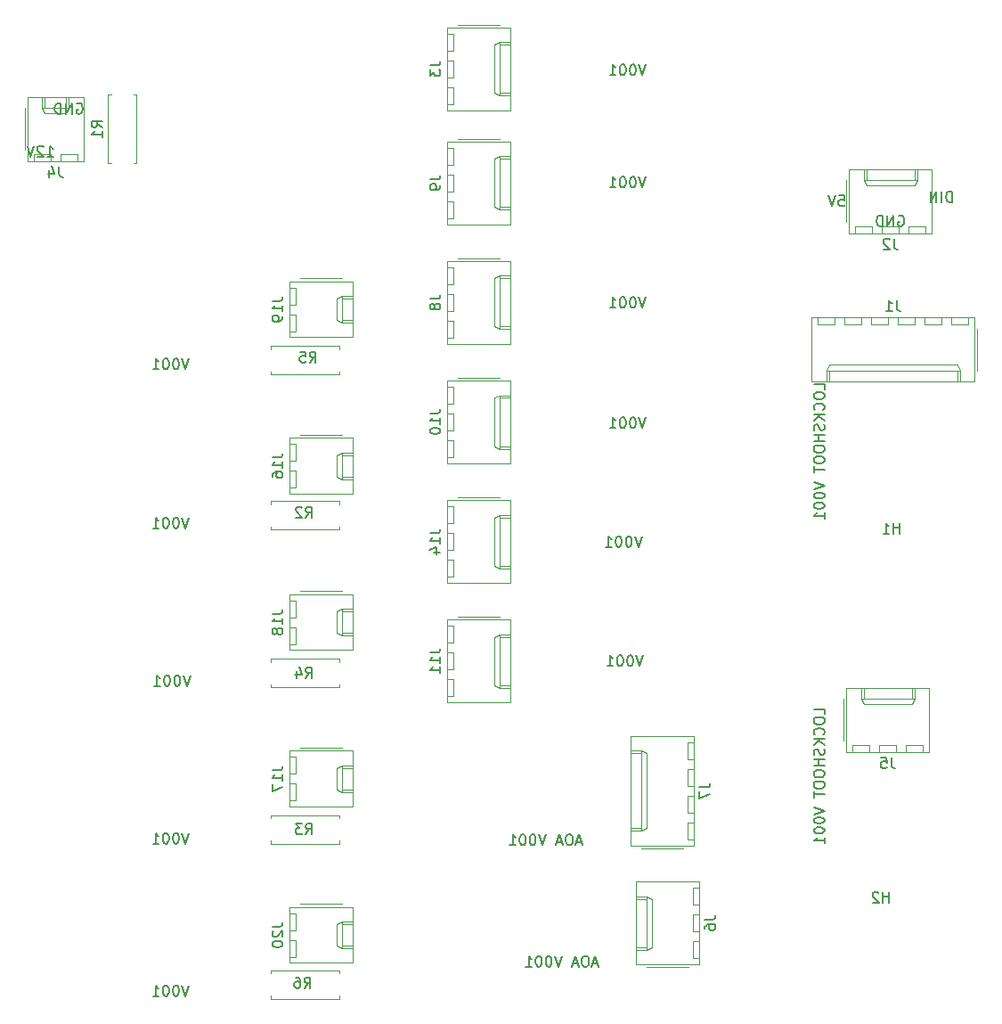
<source format=gbr>
G04 #@! TF.GenerationSoftware,KiCad,Pcbnew,(5.1.5-0-10_14)*
G04 #@! TF.CreationDate,2021-04-18T14:00:12+10:00*
G04 #@! TF.ProjectId,OH - Misc Lights,4f48202d-204d-4697-9363-204c69676874,rev?*
G04 #@! TF.SameCoordinates,Original*
G04 #@! TF.FileFunction,Legend,Bot*
G04 #@! TF.FilePolarity,Positive*
%FSLAX46Y46*%
G04 Gerber Fmt 4.6, Leading zero omitted, Abs format (unit mm)*
G04 Created by KiCad (PCBNEW (5.1.5-0-10_14)) date 2021-04-18 14:00:12*
%MOMM*%
%LPD*%
G04 APERTURE LIST*
%ADD10C,0.150000*%
%ADD11C,0.120000*%
G04 APERTURE END LIST*
D10*
X211692904Y-37552380D02*
X211359571Y-38552380D01*
X211026238Y-37552380D01*
X210502428Y-37552380D02*
X210407190Y-37552380D01*
X210311952Y-37600000D01*
X210264333Y-37647619D01*
X210216714Y-37742857D01*
X210169095Y-37933333D01*
X210169095Y-38171428D01*
X210216714Y-38361904D01*
X210264333Y-38457142D01*
X210311952Y-38504761D01*
X210407190Y-38552380D01*
X210502428Y-38552380D01*
X210597666Y-38504761D01*
X210645285Y-38457142D01*
X210692904Y-38361904D01*
X210740523Y-38171428D01*
X210740523Y-37933333D01*
X210692904Y-37742857D01*
X210645285Y-37647619D01*
X210597666Y-37600000D01*
X210502428Y-37552380D01*
X209550047Y-37552380D02*
X209454809Y-37552380D01*
X209359571Y-37600000D01*
X209311952Y-37647619D01*
X209264333Y-37742857D01*
X209216714Y-37933333D01*
X209216714Y-38171428D01*
X209264333Y-38361904D01*
X209311952Y-38457142D01*
X209359571Y-38504761D01*
X209454809Y-38552380D01*
X209550047Y-38552380D01*
X209645285Y-38504761D01*
X209692904Y-38457142D01*
X209740523Y-38361904D01*
X209788142Y-38171428D01*
X209788142Y-37933333D01*
X209740523Y-37742857D01*
X209692904Y-37647619D01*
X209645285Y-37600000D01*
X209550047Y-37552380D01*
X208264333Y-38552380D02*
X208835761Y-38552380D01*
X208550047Y-38552380D02*
X208550047Y-37552380D01*
X208645285Y-37695238D01*
X208740523Y-37790476D01*
X208835761Y-37838095D01*
X211692904Y-48220380D02*
X211359571Y-49220380D01*
X211026238Y-48220380D01*
X210502428Y-48220380D02*
X210407190Y-48220380D01*
X210311952Y-48268000D01*
X210264333Y-48315619D01*
X210216714Y-48410857D01*
X210169095Y-48601333D01*
X210169095Y-48839428D01*
X210216714Y-49029904D01*
X210264333Y-49125142D01*
X210311952Y-49172761D01*
X210407190Y-49220380D01*
X210502428Y-49220380D01*
X210597666Y-49172761D01*
X210645285Y-49125142D01*
X210692904Y-49029904D01*
X210740523Y-48839428D01*
X210740523Y-48601333D01*
X210692904Y-48410857D01*
X210645285Y-48315619D01*
X210597666Y-48268000D01*
X210502428Y-48220380D01*
X209550047Y-48220380D02*
X209454809Y-48220380D01*
X209359571Y-48268000D01*
X209311952Y-48315619D01*
X209264333Y-48410857D01*
X209216714Y-48601333D01*
X209216714Y-48839428D01*
X209264333Y-49029904D01*
X209311952Y-49125142D01*
X209359571Y-49172761D01*
X209454809Y-49220380D01*
X209550047Y-49220380D01*
X209645285Y-49172761D01*
X209692904Y-49125142D01*
X209740523Y-49029904D01*
X209788142Y-48839428D01*
X209788142Y-48601333D01*
X209740523Y-48410857D01*
X209692904Y-48315619D01*
X209645285Y-48268000D01*
X209550047Y-48220380D01*
X208264333Y-49220380D02*
X208835761Y-49220380D01*
X208550047Y-49220380D02*
X208550047Y-48220380D01*
X208645285Y-48363238D01*
X208740523Y-48458476D01*
X208835761Y-48506095D01*
X211692904Y-59650380D02*
X211359571Y-60650380D01*
X211026238Y-59650380D01*
X210502428Y-59650380D02*
X210407190Y-59650380D01*
X210311952Y-59698000D01*
X210264333Y-59745619D01*
X210216714Y-59840857D01*
X210169095Y-60031333D01*
X210169095Y-60269428D01*
X210216714Y-60459904D01*
X210264333Y-60555142D01*
X210311952Y-60602761D01*
X210407190Y-60650380D01*
X210502428Y-60650380D01*
X210597666Y-60602761D01*
X210645285Y-60555142D01*
X210692904Y-60459904D01*
X210740523Y-60269428D01*
X210740523Y-60031333D01*
X210692904Y-59840857D01*
X210645285Y-59745619D01*
X210597666Y-59698000D01*
X210502428Y-59650380D01*
X209550047Y-59650380D02*
X209454809Y-59650380D01*
X209359571Y-59698000D01*
X209311952Y-59745619D01*
X209264333Y-59840857D01*
X209216714Y-60031333D01*
X209216714Y-60269428D01*
X209264333Y-60459904D01*
X209311952Y-60555142D01*
X209359571Y-60602761D01*
X209454809Y-60650380D01*
X209550047Y-60650380D01*
X209645285Y-60602761D01*
X209692904Y-60555142D01*
X209740523Y-60459904D01*
X209788142Y-60269428D01*
X209788142Y-60031333D01*
X209740523Y-59840857D01*
X209692904Y-59745619D01*
X209645285Y-59698000D01*
X209550047Y-59650380D01*
X208264333Y-60650380D02*
X208835761Y-60650380D01*
X208550047Y-60650380D02*
X208550047Y-59650380D01*
X208645285Y-59793238D01*
X208740523Y-59888476D01*
X208835761Y-59936095D01*
X211692904Y-71080380D02*
X211359571Y-72080380D01*
X211026238Y-71080380D01*
X210502428Y-71080380D02*
X210407190Y-71080380D01*
X210311952Y-71128000D01*
X210264333Y-71175619D01*
X210216714Y-71270857D01*
X210169095Y-71461333D01*
X210169095Y-71699428D01*
X210216714Y-71889904D01*
X210264333Y-71985142D01*
X210311952Y-72032761D01*
X210407190Y-72080380D01*
X210502428Y-72080380D01*
X210597666Y-72032761D01*
X210645285Y-71985142D01*
X210692904Y-71889904D01*
X210740523Y-71699428D01*
X210740523Y-71461333D01*
X210692904Y-71270857D01*
X210645285Y-71175619D01*
X210597666Y-71128000D01*
X210502428Y-71080380D01*
X209550047Y-71080380D02*
X209454809Y-71080380D01*
X209359571Y-71128000D01*
X209311952Y-71175619D01*
X209264333Y-71270857D01*
X209216714Y-71461333D01*
X209216714Y-71699428D01*
X209264333Y-71889904D01*
X209311952Y-71985142D01*
X209359571Y-72032761D01*
X209454809Y-72080380D01*
X209550047Y-72080380D01*
X209645285Y-72032761D01*
X209692904Y-71985142D01*
X209740523Y-71889904D01*
X209788142Y-71699428D01*
X209788142Y-71461333D01*
X209740523Y-71270857D01*
X209692904Y-71175619D01*
X209645285Y-71128000D01*
X209550047Y-71080380D01*
X208264333Y-72080380D02*
X208835761Y-72080380D01*
X208550047Y-72080380D02*
X208550047Y-71080380D01*
X208645285Y-71223238D01*
X208740523Y-71318476D01*
X208835761Y-71366095D01*
X211311904Y-82383380D02*
X210978571Y-83383380D01*
X210645238Y-82383380D01*
X210121428Y-82383380D02*
X210026190Y-82383380D01*
X209930952Y-82431000D01*
X209883333Y-82478619D01*
X209835714Y-82573857D01*
X209788095Y-82764333D01*
X209788095Y-83002428D01*
X209835714Y-83192904D01*
X209883333Y-83288142D01*
X209930952Y-83335761D01*
X210026190Y-83383380D01*
X210121428Y-83383380D01*
X210216666Y-83335761D01*
X210264285Y-83288142D01*
X210311904Y-83192904D01*
X210359523Y-83002428D01*
X210359523Y-82764333D01*
X210311904Y-82573857D01*
X210264285Y-82478619D01*
X210216666Y-82431000D01*
X210121428Y-82383380D01*
X209169047Y-82383380D02*
X209073809Y-82383380D01*
X208978571Y-82431000D01*
X208930952Y-82478619D01*
X208883333Y-82573857D01*
X208835714Y-82764333D01*
X208835714Y-83002428D01*
X208883333Y-83192904D01*
X208930952Y-83288142D01*
X208978571Y-83335761D01*
X209073809Y-83383380D01*
X209169047Y-83383380D01*
X209264285Y-83335761D01*
X209311904Y-83288142D01*
X209359523Y-83192904D01*
X209407142Y-83002428D01*
X209407142Y-82764333D01*
X209359523Y-82573857D01*
X209311904Y-82478619D01*
X209264285Y-82431000D01*
X209169047Y-82383380D01*
X207883333Y-83383380D02*
X208454761Y-83383380D01*
X208169047Y-83383380D02*
X208169047Y-82383380D01*
X208264285Y-82526238D01*
X208359523Y-82621476D01*
X208454761Y-82669095D01*
X211438904Y-93686380D02*
X211105571Y-94686380D01*
X210772238Y-93686380D01*
X210248428Y-93686380D02*
X210153190Y-93686380D01*
X210057952Y-93734000D01*
X210010333Y-93781619D01*
X209962714Y-93876857D01*
X209915095Y-94067333D01*
X209915095Y-94305428D01*
X209962714Y-94495904D01*
X210010333Y-94591142D01*
X210057952Y-94638761D01*
X210153190Y-94686380D01*
X210248428Y-94686380D01*
X210343666Y-94638761D01*
X210391285Y-94591142D01*
X210438904Y-94495904D01*
X210486523Y-94305428D01*
X210486523Y-94067333D01*
X210438904Y-93876857D01*
X210391285Y-93781619D01*
X210343666Y-93734000D01*
X210248428Y-93686380D01*
X209296047Y-93686380D02*
X209200809Y-93686380D01*
X209105571Y-93734000D01*
X209057952Y-93781619D01*
X209010333Y-93876857D01*
X208962714Y-94067333D01*
X208962714Y-94305428D01*
X209010333Y-94495904D01*
X209057952Y-94591142D01*
X209105571Y-94638761D01*
X209200809Y-94686380D01*
X209296047Y-94686380D01*
X209391285Y-94638761D01*
X209438904Y-94591142D01*
X209486523Y-94495904D01*
X209534142Y-94305428D01*
X209534142Y-94067333D01*
X209486523Y-93876857D01*
X209438904Y-93781619D01*
X209391285Y-93734000D01*
X209296047Y-93686380D01*
X208010333Y-94686380D02*
X208581761Y-94686380D01*
X208296047Y-94686380D02*
X208296047Y-93686380D01*
X208391285Y-93829238D01*
X208486523Y-93924476D01*
X208581761Y-93972095D01*
X168258904Y-125055380D02*
X167925571Y-126055380D01*
X167592238Y-125055380D01*
X167068428Y-125055380D02*
X166973190Y-125055380D01*
X166877952Y-125103000D01*
X166830333Y-125150619D01*
X166782714Y-125245857D01*
X166735095Y-125436333D01*
X166735095Y-125674428D01*
X166782714Y-125864904D01*
X166830333Y-125960142D01*
X166877952Y-126007761D01*
X166973190Y-126055380D01*
X167068428Y-126055380D01*
X167163666Y-126007761D01*
X167211285Y-125960142D01*
X167258904Y-125864904D01*
X167306523Y-125674428D01*
X167306523Y-125436333D01*
X167258904Y-125245857D01*
X167211285Y-125150619D01*
X167163666Y-125103000D01*
X167068428Y-125055380D01*
X166116047Y-125055380D02*
X166020809Y-125055380D01*
X165925571Y-125103000D01*
X165877952Y-125150619D01*
X165830333Y-125245857D01*
X165782714Y-125436333D01*
X165782714Y-125674428D01*
X165830333Y-125864904D01*
X165877952Y-125960142D01*
X165925571Y-126007761D01*
X166020809Y-126055380D01*
X166116047Y-126055380D01*
X166211285Y-126007761D01*
X166258904Y-125960142D01*
X166306523Y-125864904D01*
X166354142Y-125674428D01*
X166354142Y-125436333D01*
X166306523Y-125245857D01*
X166258904Y-125150619D01*
X166211285Y-125103000D01*
X166116047Y-125055380D01*
X164830333Y-126055380D02*
X165401761Y-126055380D01*
X165116047Y-126055380D02*
X165116047Y-125055380D01*
X165211285Y-125198238D01*
X165306523Y-125293476D01*
X165401761Y-125341095D01*
X168258904Y-110577380D02*
X167925571Y-111577380D01*
X167592238Y-110577380D01*
X167068428Y-110577380D02*
X166973190Y-110577380D01*
X166877952Y-110625000D01*
X166830333Y-110672619D01*
X166782714Y-110767857D01*
X166735095Y-110958333D01*
X166735095Y-111196428D01*
X166782714Y-111386904D01*
X166830333Y-111482142D01*
X166877952Y-111529761D01*
X166973190Y-111577380D01*
X167068428Y-111577380D01*
X167163666Y-111529761D01*
X167211285Y-111482142D01*
X167258904Y-111386904D01*
X167306523Y-111196428D01*
X167306523Y-110958333D01*
X167258904Y-110767857D01*
X167211285Y-110672619D01*
X167163666Y-110625000D01*
X167068428Y-110577380D01*
X166116047Y-110577380D02*
X166020809Y-110577380D01*
X165925571Y-110625000D01*
X165877952Y-110672619D01*
X165830333Y-110767857D01*
X165782714Y-110958333D01*
X165782714Y-111196428D01*
X165830333Y-111386904D01*
X165877952Y-111482142D01*
X165925571Y-111529761D01*
X166020809Y-111577380D01*
X166116047Y-111577380D01*
X166211285Y-111529761D01*
X166258904Y-111482142D01*
X166306523Y-111386904D01*
X166354142Y-111196428D01*
X166354142Y-110958333D01*
X166306523Y-110767857D01*
X166258904Y-110672619D01*
X166211285Y-110625000D01*
X166116047Y-110577380D01*
X164830333Y-111577380D02*
X165401761Y-111577380D01*
X165116047Y-111577380D02*
X165116047Y-110577380D01*
X165211285Y-110720238D01*
X165306523Y-110815476D01*
X165401761Y-110863095D01*
X168385904Y-95591380D02*
X168052571Y-96591380D01*
X167719238Y-95591380D01*
X167195428Y-95591380D02*
X167100190Y-95591380D01*
X167004952Y-95639000D01*
X166957333Y-95686619D01*
X166909714Y-95781857D01*
X166862095Y-95972333D01*
X166862095Y-96210428D01*
X166909714Y-96400904D01*
X166957333Y-96496142D01*
X167004952Y-96543761D01*
X167100190Y-96591380D01*
X167195428Y-96591380D01*
X167290666Y-96543761D01*
X167338285Y-96496142D01*
X167385904Y-96400904D01*
X167433523Y-96210428D01*
X167433523Y-95972333D01*
X167385904Y-95781857D01*
X167338285Y-95686619D01*
X167290666Y-95639000D01*
X167195428Y-95591380D01*
X166243047Y-95591380D02*
X166147809Y-95591380D01*
X166052571Y-95639000D01*
X166004952Y-95686619D01*
X165957333Y-95781857D01*
X165909714Y-95972333D01*
X165909714Y-96210428D01*
X165957333Y-96400904D01*
X166004952Y-96496142D01*
X166052571Y-96543761D01*
X166147809Y-96591380D01*
X166243047Y-96591380D01*
X166338285Y-96543761D01*
X166385904Y-96496142D01*
X166433523Y-96400904D01*
X166481142Y-96210428D01*
X166481142Y-95972333D01*
X166433523Y-95781857D01*
X166385904Y-95686619D01*
X166338285Y-95639000D01*
X166243047Y-95591380D01*
X164957333Y-96591380D02*
X165528761Y-96591380D01*
X165243047Y-96591380D02*
X165243047Y-95591380D01*
X165338285Y-95734238D01*
X165433523Y-95829476D01*
X165528761Y-95877095D01*
X168258904Y-80605380D02*
X167925571Y-81605380D01*
X167592238Y-80605380D01*
X167068428Y-80605380D02*
X166973190Y-80605380D01*
X166877952Y-80653000D01*
X166830333Y-80700619D01*
X166782714Y-80795857D01*
X166735095Y-80986333D01*
X166735095Y-81224428D01*
X166782714Y-81414904D01*
X166830333Y-81510142D01*
X166877952Y-81557761D01*
X166973190Y-81605380D01*
X167068428Y-81605380D01*
X167163666Y-81557761D01*
X167211285Y-81510142D01*
X167258904Y-81414904D01*
X167306523Y-81224428D01*
X167306523Y-80986333D01*
X167258904Y-80795857D01*
X167211285Y-80700619D01*
X167163666Y-80653000D01*
X167068428Y-80605380D01*
X166116047Y-80605380D02*
X166020809Y-80605380D01*
X165925571Y-80653000D01*
X165877952Y-80700619D01*
X165830333Y-80795857D01*
X165782714Y-80986333D01*
X165782714Y-81224428D01*
X165830333Y-81414904D01*
X165877952Y-81510142D01*
X165925571Y-81557761D01*
X166020809Y-81605380D01*
X166116047Y-81605380D01*
X166211285Y-81557761D01*
X166258904Y-81510142D01*
X166306523Y-81414904D01*
X166354142Y-81224428D01*
X166354142Y-80986333D01*
X166306523Y-80795857D01*
X166258904Y-80700619D01*
X166211285Y-80653000D01*
X166116047Y-80605380D01*
X164830333Y-81605380D02*
X165401761Y-81605380D01*
X165116047Y-81605380D02*
X165116047Y-80605380D01*
X165211285Y-80748238D01*
X165306523Y-80843476D01*
X165401761Y-80891095D01*
X168258904Y-65492380D02*
X167925571Y-66492380D01*
X167592238Y-65492380D01*
X167068428Y-65492380D02*
X166973190Y-65492380D01*
X166877952Y-65540000D01*
X166830333Y-65587619D01*
X166782714Y-65682857D01*
X166735095Y-65873333D01*
X166735095Y-66111428D01*
X166782714Y-66301904D01*
X166830333Y-66397142D01*
X166877952Y-66444761D01*
X166973190Y-66492380D01*
X167068428Y-66492380D01*
X167163666Y-66444761D01*
X167211285Y-66397142D01*
X167258904Y-66301904D01*
X167306523Y-66111428D01*
X167306523Y-65873333D01*
X167258904Y-65682857D01*
X167211285Y-65587619D01*
X167163666Y-65540000D01*
X167068428Y-65492380D01*
X166116047Y-65492380D02*
X166020809Y-65492380D01*
X165925571Y-65540000D01*
X165877952Y-65587619D01*
X165830333Y-65682857D01*
X165782714Y-65873333D01*
X165782714Y-66111428D01*
X165830333Y-66301904D01*
X165877952Y-66397142D01*
X165925571Y-66444761D01*
X166020809Y-66492380D01*
X166116047Y-66492380D01*
X166211285Y-66444761D01*
X166258904Y-66397142D01*
X166306523Y-66301904D01*
X166354142Y-66111428D01*
X166354142Y-65873333D01*
X166306523Y-65682857D01*
X166258904Y-65587619D01*
X166211285Y-65540000D01*
X166116047Y-65492380D01*
X164830333Y-66492380D02*
X165401761Y-66492380D01*
X165116047Y-66492380D02*
X165116047Y-65492380D01*
X165211285Y-65635238D01*
X165306523Y-65730476D01*
X165401761Y-65778095D01*
X157606904Y-41283000D02*
X157702142Y-41235380D01*
X157845000Y-41235380D01*
X157987857Y-41283000D01*
X158083095Y-41378238D01*
X158130714Y-41473476D01*
X158178333Y-41663952D01*
X158178333Y-41806809D01*
X158130714Y-41997285D01*
X158083095Y-42092523D01*
X157987857Y-42187761D01*
X157845000Y-42235380D01*
X157749761Y-42235380D01*
X157606904Y-42187761D01*
X157559285Y-42140142D01*
X157559285Y-41806809D01*
X157749761Y-41806809D01*
X157130714Y-42235380D02*
X157130714Y-41235380D01*
X156559285Y-42235380D01*
X156559285Y-41235380D01*
X156083095Y-42235380D02*
X156083095Y-41235380D01*
X155845000Y-41235380D01*
X155702142Y-41283000D01*
X155606904Y-41378238D01*
X155559285Y-41473476D01*
X155511666Y-41663952D01*
X155511666Y-41806809D01*
X155559285Y-41997285D01*
X155606904Y-42092523D01*
X155702142Y-42187761D01*
X155845000Y-42235380D01*
X156083095Y-42235380D01*
X154797047Y-46299380D02*
X155368476Y-46299380D01*
X155082761Y-46299380D02*
X155082761Y-45299380D01*
X155178000Y-45442238D01*
X155273238Y-45537476D01*
X155368476Y-45585095D01*
X154416095Y-45394619D02*
X154368476Y-45347000D01*
X154273238Y-45299380D01*
X154035142Y-45299380D01*
X153939904Y-45347000D01*
X153892285Y-45394619D01*
X153844666Y-45489857D01*
X153844666Y-45585095D01*
X153892285Y-45727952D01*
X154463714Y-46299380D01*
X153844666Y-46299380D01*
X153558952Y-45299380D02*
X153225619Y-46299380D01*
X152892285Y-45299380D01*
X240799809Y-50617380D02*
X240799809Y-49617380D01*
X240561714Y-49617380D01*
X240418857Y-49665000D01*
X240323619Y-49760238D01*
X240276000Y-49855476D01*
X240228380Y-50045952D01*
X240228380Y-50188809D01*
X240276000Y-50379285D01*
X240323619Y-50474523D01*
X240418857Y-50569761D01*
X240561714Y-50617380D01*
X240799809Y-50617380D01*
X239799809Y-50617380D02*
X239799809Y-49617380D01*
X239323619Y-50617380D02*
X239323619Y-49617380D01*
X238752190Y-50617380D01*
X238752190Y-49617380D01*
X235711904Y-51951000D02*
X235807142Y-51903380D01*
X235950000Y-51903380D01*
X236092857Y-51951000D01*
X236188095Y-52046238D01*
X236235714Y-52141476D01*
X236283333Y-52331952D01*
X236283333Y-52474809D01*
X236235714Y-52665285D01*
X236188095Y-52760523D01*
X236092857Y-52855761D01*
X235950000Y-52903380D01*
X235854761Y-52903380D01*
X235711904Y-52855761D01*
X235664285Y-52808142D01*
X235664285Y-52474809D01*
X235854761Y-52474809D01*
X235235714Y-52903380D02*
X235235714Y-51903380D01*
X234664285Y-52903380D01*
X234664285Y-51903380D01*
X234188095Y-52903380D02*
X234188095Y-51903380D01*
X233950000Y-51903380D01*
X233807142Y-51951000D01*
X233711904Y-52046238D01*
X233664285Y-52141476D01*
X233616666Y-52331952D01*
X233616666Y-52474809D01*
X233664285Y-52665285D01*
X233711904Y-52760523D01*
X233807142Y-52855761D01*
X233950000Y-52903380D01*
X234188095Y-52903380D01*
X230060476Y-49998380D02*
X230536666Y-49998380D01*
X230584285Y-50474571D01*
X230536666Y-50426952D01*
X230441428Y-50379333D01*
X230203333Y-50379333D01*
X230108095Y-50426952D01*
X230060476Y-50474571D01*
X230012857Y-50569809D01*
X230012857Y-50807904D01*
X230060476Y-50903142D01*
X230108095Y-50950761D01*
X230203333Y-50998380D01*
X230441428Y-50998380D01*
X230536666Y-50950761D01*
X230584285Y-50903142D01*
X229727142Y-49998380D02*
X229393809Y-50998380D01*
X229060476Y-49998380D01*
X205612571Y-111418666D02*
X205136380Y-111418666D01*
X205707809Y-111704380D02*
X205374476Y-110704380D01*
X205041142Y-111704380D01*
X204517333Y-110704380D02*
X204326857Y-110704380D01*
X204231619Y-110752000D01*
X204136380Y-110847238D01*
X204088761Y-111037714D01*
X204088761Y-111371047D01*
X204136380Y-111561523D01*
X204231619Y-111656761D01*
X204326857Y-111704380D01*
X204517333Y-111704380D01*
X204612571Y-111656761D01*
X204707809Y-111561523D01*
X204755428Y-111371047D01*
X204755428Y-111037714D01*
X204707809Y-110847238D01*
X204612571Y-110752000D01*
X204517333Y-110704380D01*
X203707809Y-111418666D02*
X203231619Y-111418666D01*
X203803047Y-111704380D02*
X203469714Y-110704380D01*
X203136380Y-111704380D01*
X202184000Y-110704380D02*
X201850666Y-111704380D01*
X201517333Y-110704380D01*
X200993523Y-110704380D02*
X200898285Y-110704380D01*
X200803047Y-110752000D01*
X200755428Y-110799619D01*
X200707809Y-110894857D01*
X200660190Y-111085333D01*
X200660190Y-111323428D01*
X200707809Y-111513904D01*
X200755428Y-111609142D01*
X200803047Y-111656761D01*
X200898285Y-111704380D01*
X200993523Y-111704380D01*
X201088761Y-111656761D01*
X201136380Y-111609142D01*
X201184000Y-111513904D01*
X201231619Y-111323428D01*
X201231619Y-111085333D01*
X201184000Y-110894857D01*
X201136380Y-110799619D01*
X201088761Y-110752000D01*
X200993523Y-110704380D01*
X200041142Y-110704380D02*
X199945904Y-110704380D01*
X199850666Y-110752000D01*
X199803047Y-110799619D01*
X199755428Y-110894857D01*
X199707809Y-111085333D01*
X199707809Y-111323428D01*
X199755428Y-111513904D01*
X199803047Y-111609142D01*
X199850666Y-111656761D01*
X199945904Y-111704380D01*
X200041142Y-111704380D01*
X200136380Y-111656761D01*
X200184000Y-111609142D01*
X200231619Y-111513904D01*
X200279238Y-111323428D01*
X200279238Y-111085333D01*
X200231619Y-110894857D01*
X200184000Y-110799619D01*
X200136380Y-110752000D01*
X200041142Y-110704380D01*
X198755428Y-111704380D02*
X199326857Y-111704380D01*
X199041142Y-111704380D02*
X199041142Y-110704380D01*
X199136380Y-110847238D01*
X199231619Y-110942476D01*
X199326857Y-110990095D01*
X207136571Y-122975666D02*
X206660380Y-122975666D01*
X207231809Y-123261380D02*
X206898476Y-122261380D01*
X206565142Y-123261380D01*
X206041333Y-122261380D02*
X205850857Y-122261380D01*
X205755619Y-122309000D01*
X205660380Y-122404238D01*
X205612761Y-122594714D01*
X205612761Y-122928047D01*
X205660380Y-123118523D01*
X205755619Y-123213761D01*
X205850857Y-123261380D01*
X206041333Y-123261380D01*
X206136571Y-123213761D01*
X206231809Y-123118523D01*
X206279428Y-122928047D01*
X206279428Y-122594714D01*
X206231809Y-122404238D01*
X206136571Y-122309000D01*
X206041333Y-122261380D01*
X205231809Y-122975666D02*
X204755619Y-122975666D01*
X205327047Y-123261380D02*
X204993714Y-122261380D01*
X204660380Y-123261380D01*
X203708000Y-122261380D02*
X203374666Y-123261380D01*
X203041333Y-122261380D01*
X202517523Y-122261380D02*
X202422285Y-122261380D01*
X202327047Y-122309000D01*
X202279428Y-122356619D01*
X202231809Y-122451857D01*
X202184190Y-122642333D01*
X202184190Y-122880428D01*
X202231809Y-123070904D01*
X202279428Y-123166142D01*
X202327047Y-123213761D01*
X202422285Y-123261380D01*
X202517523Y-123261380D01*
X202612761Y-123213761D01*
X202660380Y-123166142D01*
X202708000Y-123070904D01*
X202755619Y-122880428D01*
X202755619Y-122642333D01*
X202708000Y-122451857D01*
X202660380Y-122356619D01*
X202612761Y-122309000D01*
X202517523Y-122261380D01*
X201565142Y-122261380D02*
X201469904Y-122261380D01*
X201374666Y-122309000D01*
X201327047Y-122356619D01*
X201279428Y-122451857D01*
X201231809Y-122642333D01*
X201231809Y-122880428D01*
X201279428Y-123070904D01*
X201327047Y-123166142D01*
X201374666Y-123213761D01*
X201469904Y-123261380D01*
X201565142Y-123261380D01*
X201660380Y-123213761D01*
X201708000Y-123166142D01*
X201755619Y-123070904D01*
X201803238Y-122880428D01*
X201803238Y-122642333D01*
X201755619Y-122451857D01*
X201708000Y-122356619D01*
X201660380Y-122309000D01*
X201565142Y-122261380D01*
X200279428Y-123261380D02*
X200850857Y-123261380D01*
X200565142Y-123261380D02*
X200565142Y-122261380D01*
X200660380Y-122404238D01*
X200755619Y-122499476D01*
X200850857Y-122547095D01*
X228671380Y-68414047D02*
X228671380Y-67937857D01*
X227671380Y-67937857D01*
X227671380Y-68937857D02*
X227671380Y-69128333D01*
X227719000Y-69223571D01*
X227814238Y-69318809D01*
X228004714Y-69366428D01*
X228338047Y-69366428D01*
X228528523Y-69318809D01*
X228623761Y-69223571D01*
X228671380Y-69128333D01*
X228671380Y-68937857D01*
X228623761Y-68842619D01*
X228528523Y-68747380D01*
X228338047Y-68699761D01*
X228004714Y-68699761D01*
X227814238Y-68747380D01*
X227719000Y-68842619D01*
X227671380Y-68937857D01*
X228576142Y-70366428D02*
X228623761Y-70318809D01*
X228671380Y-70175952D01*
X228671380Y-70080714D01*
X228623761Y-69937857D01*
X228528523Y-69842619D01*
X228433285Y-69795000D01*
X228242809Y-69747380D01*
X228099952Y-69747380D01*
X227909476Y-69795000D01*
X227814238Y-69842619D01*
X227719000Y-69937857D01*
X227671380Y-70080714D01*
X227671380Y-70175952D01*
X227719000Y-70318809D01*
X227766619Y-70366428D01*
X228671380Y-70795000D02*
X227671380Y-70795000D01*
X228671380Y-71366428D02*
X228099952Y-70937857D01*
X227671380Y-71366428D02*
X228242809Y-70795000D01*
X228623761Y-71747380D02*
X228671380Y-71890238D01*
X228671380Y-72128333D01*
X228623761Y-72223571D01*
X228576142Y-72271190D01*
X228480904Y-72318809D01*
X228385666Y-72318809D01*
X228290428Y-72271190D01*
X228242809Y-72223571D01*
X228195190Y-72128333D01*
X228147571Y-71937857D01*
X228099952Y-71842619D01*
X228052333Y-71795000D01*
X227957095Y-71747380D01*
X227861857Y-71747380D01*
X227766619Y-71795000D01*
X227719000Y-71842619D01*
X227671380Y-71937857D01*
X227671380Y-72175952D01*
X227719000Y-72318809D01*
X228671380Y-72747380D02*
X227671380Y-72747380D01*
X228147571Y-72747380D02*
X228147571Y-73318809D01*
X228671380Y-73318809D02*
X227671380Y-73318809D01*
X227671380Y-73985476D02*
X227671380Y-74175952D01*
X227719000Y-74271190D01*
X227814238Y-74366428D01*
X228004714Y-74414047D01*
X228338047Y-74414047D01*
X228528523Y-74366428D01*
X228623761Y-74271190D01*
X228671380Y-74175952D01*
X228671380Y-73985476D01*
X228623761Y-73890238D01*
X228528523Y-73795000D01*
X228338047Y-73747380D01*
X228004714Y-73747380D01*
X227814238Y-73795000D01*
X227719000Y-73890238D01*
X227671380Y-73985476D01*
X227671380Y-75033095D02*
X227671380Y-75223571D01*
X227719000Y-75318809D01*
X227814238Y-75414047D01*
X228004714Y-75461666D01*
X228338047Y-75461666D01*
X228528523Y-75414047D01*
X228623761Y-75318809D01*
X228671380Y-75223571D01*
X228671380Y-75033095D01*
X228623761Y-74937857D01*
X228528523Y-74842619D01*
X228338047Y-74795000D01*
X228004714Y-74795000D01*
X227814238Y-74842619D01*
X227719000Y-74937857D01*
X227671380Y-75033095D01*
X227671380Y-75747380D02*
X227671380Y-76318809D01*
X228671380Y-76033095D02*
X227671380Y-76033095D01*
X227671380Y-77271190D02*
X228671380Y-77604523D01*
X227671380Y-77937857D01*
X227671380Y-78461666D02*
X227671380Y-78556904D01*
X227719000Y-78652142D01*
X227766619Y-78699761D01*
X227861857Y-78747380D01*
X228052333Y-78795000D01*
X228290428Y-78795000D01*
X228480904Y-78747380D01*
X228576142Y-78699761D01*
X228623761Y-78652142D01*
X228671380Y-78556904D01*
X228671380Y-78461666D01*
X228623761Y-78366428D01*
X228576142Y-78318809D01*
X228480904Y-78271190D01*
X228290428Y-78223571D01*
X228052333Y-78223571D01*
X227861857Y-78271190D01*
X227766619Y-78318809D01*
X227719000Y-78366428D01*
X227671380Y-78461666D01*
X227671380Y-79414047D02*
X227671380Y-79509285D01*
X227719000Y-79604523D01*
X227766619Y-79652142D01*
X227861857Y-79699761D01*
X228052333Y-79747380D01*
X228290428Y-79747380D01*
X228480904Y-79699761D01*
X228576142Y-79652142D01*
X228623761Y-79604523D01*
X228671380Y-79509285D01*
X228671380Y-79414047D01*
X228623761Y-79318809D01*
X228576142Y-79271190D01*
X228480904Y-79223571D01*
X228290428Y-79175952D01*
X228052333Y-79175952D01*
X227861857Y-79223571D01*
X227766619Y-79271190D01*
X227719000Y-79318809D01*
X227671380Y-79414047D01*
X228671380Y-80699761D02*
X228671380Y-80128333D01*
X228671380Y-80414047D02*
X227671380Y-80414047D01*
X227814238Y-80318809D01*
X227909476Y-80223571D01*
X227957095Y-80128333D01*
X228671380Y-99275047D02*
X228671380Y-98798857D01*
X227671380Y-98798857D01*
X227671380Y-99798857D02*
X227671380Y-99989333D01*
X227719000Y-100084571D01*
X227814238Y-100179809D01*
X228004714Y-100227428D01*
X228338047Y-100227428D01*
X228528523Y-100179809D01*
X228623761Y-100084571D01*
X228671380Y-99989333D01*
X228671380Y-99798857D01*
X228623761Y-99703619D01*
X228528523Y-99608380D01*
X228338047Y-99560761D01*
X228004714Y-99560761D01*
X227814238Y-99608380D01*
X227719000Y-99703619D01*
X227671380Y-99798857D01*
X228576142Y-101227428D02*
X228623761Y-101179809D01*
X228671380Y-101036952D01*
X228671380Y-100941714D01*
X228623761Y-100798857D01*
X228528523Y-100703619D01*
X228433285Y-100656000D01*
X228242809Y-100608380D01*
X228099952Y-100608380D01*
X227909476Y-100656000D01*
X227814238Y-100703619D01*
X227719000Y-100798857D01*
X227671380Y-100941714D01*
X227671380Y-101036952D01*
X227719000Y-101179809D01*
X227766619Y-101227428D01*
X228671380Y-101656000D02*
X227671380Y-101656000D01*
X228671380Y-102227428D02*
X228099952Y-101798857D01*
X227671380Y-102227428D02*
X228242809Y-101656000D01*
X228623761Y-102608380D02*
X228671380Y-102751238D01*
X228671380Y-102989333D01*
X228623761Y-103084571D01*
X228576142Y-103132190D01*
X228480904Y-103179809D01*
X228385666Y-103179809D01*
X228290428Y-103132190D01*
X228242809Y-103084571D01*
X228195190Y-102989333D01*
X228147571Y-102798857D01*
X228099952Y-102703619D01*
X228052333Y-102656000D01*
X227957095Y-102608380D01*
X227861857Y-102608380D01*
X227766619Y-102656000D01*
X227719000Y-102703619D01*
X227671380Y-102798857D01*
X227671380Y-103036952D01*
X227719000Y-103179809D01*
X228671380Y-103608380D02*
X227671380Y-103608380D01*
X228147571Y-103608380D02*
X228147571Y-104179809D01*
X228671380Y-104179809D02*
X227671380Y-104179809D01*
X227671380Y-104846476D02*
X227671380Y-105036952D01*
X227719000Y-105132190D01*
X227814238Y-105227428D01*
X228004714Y-105275047D01*
X228338047Y-105275047D01*
X228528523Y-105227428D01*
X228623761Y-105132190D01*
X228671380Y-105036952D01*
X228671380Y-104846476D01*
X228623761Y-104751238D01*
X228528523Y-104656000D01*
X228338047Y-104608380D01*
X228004714Y-104608380D01*
X227814238Y-104656000D01*
X227719000Y-104751238D01*
X227671380Y-104846476D01*
X227671380Y-105894095D02*
X227671380Y-106084571D01*
X227719000Y-106179809D01*
X227814238Y-106275047D01*
X228004714Y-106322666D01*
X228338047Y-106322666D01*
X228528523Y-106275047D01*
X228623761Y-106179809D01*
X228671380Y-106084571D01*
X228671380Y-105894095D01*
X228623761Y-105798857D01*
X228528523Y-105703619D01*
X228338047Y-105656000D01*
X228004714Y-105656000D01*
X227814238Y-105703619D01*
X227719000Y-105798857D01*
X227671380Y-105894095D01*
X227671380Y-106608380D02*
X227671380Y-107179809D01*
X228671380Y-106894095D02*
X227671380Y-106894095D01*
X227671380Y-108132190D02*
X228671380Y-108465523D01*
X227671380Y-108798857D01*
X227671380Y-109322666D02*
X227671380Y-109417904D01*
X227719000Y-109513142D01*
X227766619Y-109560761D01*
X227861857Y-109608380D01*
X228052333Y-109656000D01*
X228290428Y-109656000D01*
X228480904Y-109608380D01*
X228576142Y-109560761D01*
X228623761Y-109513142D01*
X228671380Y-109417904D01*
X228671380Y-109322666D01*
X228623761Y-109227428D01*
X228576142Y-109179809D01*
X228480904Y-109132190D01*
X228290428Y-109084571D01*
X228052333Y-109084571D01*
X227861857Y-109132190D01*
X227766619Y-109179809D01*
X227719000Y-109227428D01*
X227671380Y-109322666D01*
X227671380Y-110275047D02*
X227671380Y-110370285D01*
X227719000Y-110465523D01*
X227766619Y-110513142D01*
X227861857Y-110560761D01*
X228052333Y-110608380D01*
X228290428Y-110608380D01*
X228480904Y-110560761D01*
X228576142Y-110513142D01*
X228623761Y-110465523D01*
X228671380Y-110370285D01*
X228671380Y-110275047D01*
X228623761Y-110179809D01*
X228576142Y-110132190D01*
X228480904Y-110084571D01*
X228290428Y-110036952D01*
X228052333Y-110036952D01*
X227861857Y-110084571D01*
X227766619Y-110132190D01*
X227719000Y-110179809D01*
X227671380Y-110275047D01*
X228671380Y-111560761D02*
X228671380Y-110989333D01*
X228671380Y-111275047D02*
X227671380Y-111275047D01*
X227814238Y-111179809D01*
X227909476Y-111084571D01*
X227957095Y-110989333D01*
D11*
X176054000Y-126338000D02*
X176054000Y-126008000D01*
X182594000Y-126338000D02*
X176054000Y-126338000D01*
X182594000Y-126008000D02*
X182594000Y-126338000D01*
X176054000Y-123598000D02*
X176054000Y-123928000D01*
X182594000Y-123598000D02*
X176054000Y-123598000D01*
X182594000Y-123928000D02*
X182594000Y-123598000D01*
X176054000Y-67029000D02*
X176054000Y-66699000D01*
X182594000Y-67029000D02*
X176054000Y-67029000D01*
X182594000Y-66699000D02*
X182594000Y-67029000D01*
X176054000Y-64289000D02*
X176054000Y-64619000D01*
X182594000Y-64289000D02*
X176054000Y-64289000D01*
X182594000Y-64619000D02*
X182594000Y-64289000D01*
X176054000Y-96747000D02*
X176054000Y-96417000D01*
X182594000Y-96747000D02*
X176054000Y-96747000D01*
X182594000Y-96417000D02*
X182594000Y-96747000D01*
X176054000Y-94007000D02*
X176054000Y-94337000D01*
X182594000Y-94007000D02*
X176054000Y-94007000D01*
X182594000Y-94337000D02*
X182594000Y-94007000D01*
X176054000Y-111606000D02*
X176054000Y-111276000D01*
X182594000Y-111606000D02*
X176054000Y-111606000D01*
X182594000Y-111276000D02*
X182594000Y-111606000D01*
X176054000Y-108866000D02*
X176054000Y-109196000D01*
X182594000Y-108866000D02*
X176054000Y-108866000D01*
X182594000Y-109196000D02*
X182594000Y-108866000D01*
X176054000Y-81761000D02*
X176054000Y-81431000D01*
X182594000Y-81761000D02*
X176054000Y-81761000D01*
X182594000Y-81431000D02*
X182594000Y-81761000D01*
X176054000Y-79021000D02*
X176054000Y-79351000D01*
X182594000Y-79021000D02*
X176054000Y-79021000D01*
X182594000Y-79351000D02*
X182594000Y-79021000D01*
X163295000Y-46958000D02*
X162965000Y-46958000D01*
X163295000Y-40418000D02*
X163295000Y-46958000D01*
X162965000Y-40418000D02*
X163295000Y-40418000D01*
X160555000Y-46958000D02*
X160885000Y-46958000D01*
X160555000Y-40418000D02*
X160555000Y-46958000D01*
X160885000Y-40418000D02*
X160555000Y-40418000D01*
X178418000Y-122332000D02*
X177818000Y-122332000D01*
X178418000Y-120732000D02*
X178418000Y-122332000D01*
X177818000Y-120732000D02*
X178418000Y-120732000D01*
X178418000Y-119792000D02*
X177818000Y-119792000D01*
X178418000Y-118192000D02*
X178418000Y-119792000D01*
X177818000Y-118192000D02*
X178418000Y-118192000D01*
X183838000Y-121282000D02*
X182838000Y-121282000D01*
X183838000Y-119242000D02*
X182838000Y-119242000D01*
X182308000Y-121282000D02*
X182838000Y-121532000D01*
X182308000Y-119242000D02*
X182308000Y-121282000D01*
X182838000Y-118992000D02*
X182308000Y-119242000D01*
X182838000Y-121532000D02*
X183838000Y-121532000D01*
X182838000Y-118992000D02*
X182838000Y-121532000D01*
X183838000Y-118992000D02*
X182838000Y-118992000D01*
X178848000Y-117322000D02*
X182848000Y-117322000D01*
X177818000Y-122912000D02*
X177818000Y-117612000D01*
X183838000Y-122912000D02*
X177818000Y-122912000D01*
X183838000Y-117612000D02*
X183838000Y-122912000D01*
X177818000Y-117612000D02*
X183838000Y-117612000D01*
X178418000Y-62896000D02*
X177818000Y-62896000D01*
X178418000Y-61296000D02*
X178418000Y-62896000D01*
X177818000Y-61296000D02*
X178418000Y-61296000D01*
X178418000Y-60356000D02*
X177818000Y-60356000D01*
X178418000Y-58756000D02*
X178418000Y-60356000D01*
X177818000Y-58756000D02*
X178418000Y-58756000D01*
X183838000Y-61846000D02*
X182838000Y-61846000D01*
X183838000Y-59806000D02*
X182838000Y-59806000D01*
X182308000Y-61846000D02*
X182838000Y-62096000D01*
X182308000Y-59806000D02*
X182308000Y-61846000D01*
X182838000Y-59556000D02*
X182308000Y-59806000D01*
X182838000Y-62096000D02*
X183838000Y-62096000D01*
X182838000Y-59556000D02*
X182838000Y-62096000D01*
X183838000Y-59556000D02*
X182838000Y-59556000D01*
X178848000Y-57886000D02*
X182848000Y-57886000D01*
X177818000Y-63476000D02*
X177818000Y-58176000D01*
X183838000Y-63476000D02*
X177818000Y-63476000D01*
X183838000Y-58176000D02*
X183838000Y-63476000D01*
X177818000Y-58176000D02*
X183838000Y-58176000D01*
X178418000Y-92614000D02*
X177818000Y-92614000D01*
X178418000Y-91014000D02*
X178418000Y-92614000D01*
X177818000Y-91014000D02*
X178418000Y-91014000D01*
X178418000Y-90074000D02*
X177818000Y-90074000D01*
X178418000Y-88474000D02*
X178418000Y-90074000D01*
X177818000Y-88474000D02*
X178418000Y-88474000D01*
X183838000Y-91564000D02*
X182838000Y-91564000D01*
X183838000Y-89524000D02*
X182838000Y-89524000D01*
X182308000Y-91564000D02*
X182838000Y-91814000D01*
X182308000Y-89524000D02*
X182308000Y-91564000D01*
X182838000Y-89274000D02*
X182308000Y-89524000D01*
X182838000Y-91814000D02*
X183838000Y-91814000D01*
X182838000Y-89274000D02*
X182838000Y-91814000D01*
X183838000Y-89274000D02*
X182838000Y-89274000D01*
X178848000Y-87604000D02*
X182848000Y-87604000D01*
X177818000Y-93194000D02*
X177818000Y-87894000D01*
X183838000Y-93194000D02*
X177818000Y-93194000D01*
X183838000Y-87894000D02*
X183838000Y-93194000D01*
X177818000Y-87894000D02*
X183838000Y-87894000D01*
X178418000Y-107473000D02*
X177818000Y-107473000D01*
X178418000Y-105873000D02*
X178418000Y-107473000D01*
X177818000Y-105873000D02*
X178418000Y-105873000D01*
X178418000Y-104933000D02*
X177818000Y-104933000D01*
X178418000Y-103333000D02*
X178418000Y-104933000D01*
X177818000Y-103333000D02*
X178418000Y-103333000D01*
X183838000Y-106423000D02*
X182838000Y-106423000D01*
X183838000Y-104383000D02*
X182838000Y-104383000D01*
X182308000Y-106423000D02*
X182838000Y-106673000D01*
X182308000Y-104383000D02*
X182308000Y-106423000D01*
X182838000Y-104133000D02*
X182308000Y-104383000D01*
X182838000Y-106673000D02*
X183838000Y-106673000D01*
X182838000Y-104133000D02*
X182838000Y-106673000D01*
X183838000Y-104133000D02*
X182838000Y-104133000D01*
X178848000Y-102463000D02*
X182848000Y-102463000D01*
X177818000Y-108053000D02*
X177818000Y-102753000D01*
X183838000Y-108053000D02*
X177818000Y-108053000D01*
X183838000Y-102753000D02*
X183838000Y-108053000D01*
X177818000Y-102753000D02*
X183838000Y-102753000D01*
X178418000Y-77755000D02*
X177818000Y-77755000D01*
X178418000Y-76155000D02*
X178418000Y-77755000D01*
X177818000Y-76155000D02*
X178418000Y-76155000D01*
X178418000Y-75215000D02*
X177818000Y-75215000D01*
X178418000Y-73615000D02*
X178418000Y-75215000D01*
X177818000Y-73615000D02*
X178418000Y-73615000D01*
X183838000Y-76705000D02*
X182838000Y-76705000D01*
X183838000Y-74665000D02*
X182838000Y-74665000D01*
X182308000Y-76705000D02*
X182838000Y-76955000D01*
X182308000Y-74665000D02*
X182308000Y-76705000D01*
X182838000Y-74415000D02*
X182308000Y-74665000D01*
X182838000Y-76955000D02*
X183838000Y-76955000D01*
X182838000Y-74415000D02*
X182838000Y-76955000D01*
X183838000Y-74415000D02*
X182838000Y-74415000D01*
X178848000Y-72745000D02*
X182848000Y-72745000D01*
X177818000Y-78335000D02*
X177818000Y-73035000D01*
X183838000Y-78335000D02*
X177818000Y-78335000D01*
X183838000Y-73035000D02*
X183838000Y-78335000D01*
X177818000Y-73035000D02*
X183838000Y-73035000D01*
X193404000Y-86220200D02*
X192804000Y-86220200D01*
X193404000Y-84620200D02*
X193404000Y-86220200D01*
X192804000Y-84620200D02*
X193404000Y-84620200D01*
X193404000Y-83680200D02*
X192804000Y-83680200D01*
X193404000Y-82080200D02*
X193404000Y-83680200D01*
X192804000Y-82080200D02*
X193404000Y-82080200D01*
X193404000Y-81140200D02*
X192804000Y-81140200D01*
X193404000Y-79540200D02*
X193404000Y-81140200D01*
X192804000Y-79540200D02*
X193404000Y-79540200D01*
X198824000Y-85170200D02*
X197824000Y-85170200D01*
X198824000Y-80590200D02*
X197824000Y-80590200D01*
X197294000Y-85170200D02*
X197824000Y-85420200D01*
X197294000Y-80590200D02*
X197294000Y-85170200D01*
X197824000Y-80340200D02*
X197294000Y-80590200D01*
X197824000Y-85420200D02*
X198824000Y-85420200D01*
X197824000Y-80340200D02*
X197824000Y-85420200D01*
X198824000Y-80340200D02*
X197824000Y-80340200D01*
X193834000Y-78670200D02*
X197834000Y-78670200D01*
X192804000Y-86800200D02*
X192804000Y-78960200D01*
X198824000Y-86800200D02*
X192804000Y-86800200D01*
X198824000Y-78960200D02*
X198824000Y-86800200D01*
X192804000Y-78960200D02*
X198824000Y-78960200D01*
X193404000Y-97574000D02*
X192804000Y-97574000D01*
X193404000Y-95974000D02*
X193404000Y-97574000D01*
X192804000Y-95974000D02*
X193404000Y-95974000D01*
X193404000Y-95034000D02*
X192804000Y-95034000D01*
X193404000Y-93434000D02*
X193404000Y-95034000D01*
X192804000Y-93434000D02*
X193404000Y-93434000D01*
X193404000Y-92494000D02*
X192804000Y-92494000D01*
X193404000Y-90894000D02*
X193404000Y-92494000D01*
X192804000Y-90894000D02*
X193404000Y-90894000D01*
X198824000Y-96524000D02*
X197824000Y-96524000D01*
X198824000Y-91944000D02*
X197824000Y-91944000D01*
X197294000Y-96524000D02*
X197824000Y-96774000D01*
X197294000Y-91944000D02*
X197294000Y-96524000D01*
X197824000Y-91694000D02*
X197294000Y-91944000D01*
X197824000Y-96774000D02*
X198824000Y-96774000D01*
X197824000Y-91694000D02*
X197824000Y-96774000D01*
X198824000Y-91694000D02*
X197824000Y-91694000D01*
X193834000Y-90024000D02*
X197834000Y-90024000D01*
X192804000Y-98154000D02*
X192804000Y-90314000D01*
X198824000Y-98154000D02*
X192804000Y-98154000D01*
X198824000Y-90314000D02*
X198824000Y-98154000D01*
X192804000Y-90314000D02*
X198824000Y-90314000D01*
X193404000Y-74866400D02*
X192804000Y-74866400D01*
X193404000Y-73266400D02*
X193404000Y-74866400D01*
X192804000Y-73266400D02*
X193404000Y-73266400D01*
X193404000Y-72326400D02*
X192804000Y-72326400D01*
X193404000Y-70726400D02*
X193404000Y-72326400D01*
X192804000Y-70726400D02*
X193404000Y-70726400D01*
X193404000Y-69786400D02*
X192804000Y-69786400D01*
X193404000Y-68186400D02*
X193404000Y-69786400D01*
X192804000Y-68186400D02*
X193404000Y-68186400D01*
X198824000Y-73816400D02*
X197824000Y-73816400D01*
X198824000Y-69236400D02*
X197824000Y-69236400D01*
X197294000Y-73816400D02*
X197824000Y-74066400D01*
X197294000Y-69236400D02*
X197294000Y-73816400D01*
X197824000Y-68986400D02*
X197294000Y-69236400D01*
X197824000Y-74066400D02*
X198824000Y-74066400D01*
X197824000Y-68986400D02*
X197824000Y-74066400D01*
X198824000Y-68986400D02*
X197824000Y-68986400D01*
X193834000Y-67316400D02*
X197834000Y-67316400D01*
X192804000Y-75446400D02*
X192804000Y-67606400D01*
X198824000Y-75446400D02*
X192804000Y-75446400D01*
X198824000Y-67606400D02*
X198824000Y-75446400D01*
X192804000Y-67606400D02*
X198824000Y-67606400D01*
X193404000Y-52158800D02*
X192804000Y-52158800D01*
X193404000Y-50558800D02*
X193404000Y-52158800D01*
X192804000Y-50558800D02*
X193404000Y-50558800D01*
X193404000Y-49618800D02*
X192804000Y-49618800D01*
X193404000Y-48018800D02*
X193404000Y-49618800D01*
X192804000Y-48018800D02*
X193404000Y-48018800D01*
X193404000Y-47078800D02*
X192804000Y-47078800D01*
X193404000Y-45478800D02*
X193404000Y-47078800D01*
X192804000Y-45478800D02*
X193404000Y-45478800D01*
X198824000Y-51108800D02*
X197824000Y-51108800D01*
X198824000Y-46528800D02*
X197824000Y-46528800D01*
X197294000Y-51108800D02*
X197824000Y-51358800D01*
X197294000Y-46528800D02*
X197294000Y-51108800D01*
X197824000Y-46278800D02*
X197294000Y-46528800D01*
X197824000Y-51358800D02*
X198824000Y-51358800D01*
X197824000Y-46278800D02*
X197824000Y-51358800D01*
X198824000Y-46278800D02*
X197824000Y-46278800D01*
X193834000Y-44608800D02*
X197834000Y-44608800D01*
X192804000Y-52738800D02*
X192804000Y-44898800D01*
X198824000Y-52738800D02*
X192804000Y-52738800D01*
X198824000Y-44898800D02*
X198824000Y-52738800D01*
X192804000Y-44898800D02*
X198824000Y-44898800D01*
X193404000Y-63512600D02*
X192804000Y-63512600D01*
X193404000Y-61912600D02*
X193404000Y-63512600D01*
X192804000Y-61912600D02*
X193404000Y-61912600D01*
X193404000Y-60972600D02*
X192804000Y-60972600D01*
X193404000Y-59372600D02*
X193404000Y-60972600D01*
X192804000Y-59372600D02*
X193404000Y-59372600D01*
X193404000Y-58432600D02*
X192804000Y-58432600D01*
X193404000Y-56832600D02*
X193404000Y-58432600D01*
X192804000Y-56832600D02*
X193404000Y-56832600D01*
X198824000Y-62462600D02*
X197824000Y-62462600D01*
X198824000Y-57882600D02*
X197824000Y-57882600D01*
X197294000Y-62462600D02*
X197824000Y-62712600D01*
X197294000Y-57882600D02*
X197294000Y-62462600D01*
X197824000Y-57632600D02*
X197294000Y-57882600D01*
X197824000Y-62712600D02*
X198824000Y-62712600D01*
X197824000Y-57632600D02*
X197824000Y-62712600D01*
X198824000Y-57632600D02*
X197824000Y-57632600D01*
X193834000Y-55962600D02*
X197834000Y-55962600D01*
X192804000Y-64092600D02*
X192804000Y-56252600D01*
X198824000Y-64092600D02*
X192804000Y-64092600D01*
X198824000Y-56252600D02*
X198824000Y-64092600D01*
X192804000Y-56252600D02*
X198824000Y-56252600D01*
X193404000Y-41313000D02*
X192804000Y-41313000D01*
X193404000Y-39713000D02*
X193404000Y-41313000D01*
X192804000Y-39713000D02*
X193404000Y-39713000D01*
X193404000Y-38773000D02*
X192804000Y-38773000D01*
X193404000Y-37173000D02*
X193404000Y-38773000D01*
X192804000Y-37173000D02*
X193404000Y-37173000D01*
X193404000Y-36233000D02*
X192804000Y-36233000D01*
X193404000Y-34633000D02*
X193404000Y-36233000D01*
X192804000Y-34633000D02*
X193404000Y-34633000D01*
X198824000Y-40263000D02*
X197824000Y-40263000D01*
X198824000Y-35683000D02*
X197824000Y-35683000D01*
X197294000Y-40263000D02*
X197824000Y-40513000D01*
X197294000Y-35683000D02*
X197294000Y-40263000D01*
X197824000Y-35433000D02*
X197294000Y-35683000D01*
X197824000Y-40513000D02*
X198824000Y-40513000D01*
X197824000Y-35433000D02*
X197824000Y-40513000D01*
X198824000Y-35433000D02*
X197824000Y-35433000D01*
X193834000Y-33763000D02*
X197834000Y-33763000D01*
X192804000Y-41893000D02*
X192804000Y-34053000D01*
X198824000Y-41893000D02*
X192804000Y-41893000D01*
X198824000Y-34053000D02*
X198824000Y-41893000D01*
X192804000Y-34053000D02*
X198824000Y-34053000D01*
X215663000Y-101943000D02*
X216263000Y-101943000D01*
X215663000Y-103543000D02*
X215663000Y-101943000D01*
X216263000Y-103543000D02*
X215663000Y-103543000D01*
X215663000Y-104483000D02*
X216263000Y-104483000D01*
X215663000Y-106083000D02*
X215663000Y-104483000D01*
X216263000Y-106083000D02*
X215663000Y-106083000D01*
X215663000Y-107023000D02*
X216263000Y-107023000D01*
X215663000Y-108623000D02*
X215663000Y-107023000D01*
X216263000Y-108623000D02*
X215663000Y-108623000D01*
X215663000Y-109563000D02*
X216263000Y-109563000D01*
X215663000Y-111163000D02*
X215663000Y-109563000D01*
X216263000Y-111163000D02*
X215663000Y-111163000D01*
X210243000Y-102993000D02*
X211243000Y-102993000D01*
X210243000Y-110113000D02*
X211243000Y-110113000D01*
X211773000Y-102993000D02*
X211243000Y-102743000D01*
X211773000Y-110113000D02*
X211773000Y-102993000D01*
X211243000Y-110363000D02*
X211773000Y-110113000D01*
X211243000Y-102743000D02*
X210243000Y-102743000D01*
X211243000Y-110363000D02*
X211243000Y-102743000D01*
X210243000Y-110363000D02*
X211243000Y-110363000D01*
X215233000Y-112033000D02*
X211233000Y-112033000D01*
X216263000Y-101363000D02*
X216263000Y-111743000D01*
X210243000Y-101363000D02*
X216263000Y-101363000D01*
X210243000Y-111743000D02*
X210243000Y-101363000D01*
X216263000Y-111743000D02*
X210243000Y-111743000D01*
X216171000Y-115786000D02*
X216771000Y-115786000D01*
X216171000Y-117386000D02*
X216171000Y-115786000D01*
X216771000Y-117386000D02*
X216171000Y-117386000D01*
X216171000Y-118326000D02*
X216771000Y-118326000D01*
X216171000Y-119926000D02*
X216171000Y-118326000D01*
X216771000Y-119926000D02*
X216171000Y-119926000D01*
X216171000Y-120866000D02*
X216771000Y-120866000D01*
X216171000Y-122466000D02*
X216171000Y-120866000D01*
X216771000Y-122466000D02*
X216171000Y-122466000D01*
X210751000Y-116836000D02*
X211751000Y-116836000D01*
X210751000Y-121416000D02*
X211751000Y-121416000D01*
X212281000Y-116836000D02*
X211751000Y-116586000D01*
X212281000Y-121416000D02*
X212281000Y-116836000D01*
X211751000Y-121666000D02*
X212281000Y-121416000D01*
X211751000Y-116586000D02*
X210751000Y-116586000D01*
X211751000Y-121666000D02*
X211751000Y-116586000D01*
X210751000Y-121666000D02*
X211751000Y-121666000D01*
X215741000Y-123336000D02*
X211741000Y-123336000D01*
X216771000Y-115206000D02*
X216771000Y-123046000D01*
X210751000Y-115206000D02*
X216771000Y-115206000D01*
X210751000Y-123046000D02*
X210751000Y-115206000D01*
X216771000Y-123046000D02*
X210751000Y-123046000D01*
X238036000Y-102252000D02*
X238036000Y-102852000D01*
X236436000Y-102252000D02*
X238036000Y-102252000D01*
X236436000Y-102852000D02*
X236436000Y-102252000D01*
X235496000Y-102252000D02*
X235496000Y-102852000D01*
X233896000Y-102252000D02*
X235496000Y-102252000D01*
X233896000Y-102852000D02*
X233896000Y-102252000D01*
X232956000Y-102252000D02*
X232956000Y-102852000D01*
X231356000Y-102252000D02*
X232956000Y-102252000D01*
X231356000Y-102852000D02*
X231356000Y-102252000D01*
X236986000Y-96832000D02*
X236986000Y-97832000D01*
X232406000Y-96832000D02*
X232406000Y-97832000D01*
X236986000Y-98362000D02*
X237236000Y-97832000D01*
X232406000Y-98362000D02*
X236986000Y-98362000D01*
X232156000Y-97832000D02*
X232406000Y-98362000D01*
X237236000Y-97832000D02*
X237236000Y-96832000D01*
X232156000Y-97832000D02*
X237236000Y-97832000D01*
X232156000Y-96832000D02*
X232156000Y-97832000D01*
X230486000Y-101822000D02*
X230486000Y-97822000D01*
X238616000Y-102852000D02*
X230776000Y-102852000D01*
X238616000Y-96832000D02*
X238616000Y-102852000D01*
X230776000Y-96832000D02*
X238616000Y-96832000D01*
X230776000Y-102852000D02*
X230776000Y-96832000D01*
X228054000Y-62213000D02*
X228054000Y-61613000D01*
X229654000Y-62213000D02*
X228054000Y-62213000D01*
X229654000Y-61613000D02*
X229654000Y-62213000D01*
X230594000Y-62213000D02*
X230594000Y-61613000D01*
X232194000Y-62213000D02*
X230594000Y-62213000D01*
X232194000Y-61613000D02*
X232194000Y-62213000D01*
X233134000Y-62213000D02*
X233134000Y-61613000D01*
X234734000Y-62213000D02*
X233134000Y-62213000D01*
X234734000Y-61613000D02*
X234734000Y-62213000D01*
X235674000Y-62213000D02*
X235674000Y-61613000D01*
X237274000Y-62213000D02*
X235674000Y-62213000D01*
X237274000Y-61613000D02*
X237274000Y-62213000D01*
X238214000Y-62213000D02*
X238214000Y-61613000D01*
X239814000Y-62213000D02*
X238214000Y-62213000D01*
X239814000Y-61613000D02*
X239814000Y-62213000D01*
X240754000Y-62213000D02*
X240754000Y-61613000D01*
X242354000Y-62213000D02*
X240754000Y-62213000D01*
X242354000Y-61613000D02*
X242354000Y-62213000D01*
X229104000Y-67633000D02*
X229104000Y-66633000D01*
X241304000Y-67633000D02*
X241304000Y-66633000D01*
X229104000Y-66103000D02*
X228854000Y-66633000D01*
X241304000Y-66103000D02*
X229104000Y-66103000D01*
X241554000Y-66633000D02*
X241304000Y-66103000D01*
X228854000Y-66633000D02*
X228854000Y-67633000D01*
X241554000Y-66633000D02*
X228854000Y-66633000D01*
X241554000Y-67633000D02*
X241554000Y-66633000D01*
X243224000Y-62643000D02*
X243224000Y-66643000D01*
X227474000Y-61613000D02*
X242934000Y-61613000D01*
X227474000Y-67633000D02*
X227474000Y-61613000D01*
X242934000Y-67633000D02*
X227474000Y-67633000D01*
X242934000Y-61613000D02*
X242934000Y-67633000D01*
X157645000Y-46118000D02*
X157645000Y-46718000D01*
X156045000Y-46118000D02*
X157645000Y-46118000D01*
X156045000Y-46718000D02*
X156045000Y-46118000D01*
X155105000Y-46118000D02*
X155105000Y-46718000D01*
X153505000Y-46118000D02*
X155105000Y-46118000D01*
X153505000Y-46718000D02*
X153505000Y-46118000D01*
X156595000Y-40698000D02*
X156595000Y-41698000D01*
X154555000Y-40698000D02*
X154555000Y-41698000D01*
X156595000Y-42228000D02*
X156845000Y-41698000D01*
X154555000Y-42228000D02*
X156595000Y-42228000D01*
X154305000Y-41698000D02*
X154555000Y-42228000D01*
X156845000Y-41698000D02*
X156845000Y-40698000D01*
X154305000Y-41698000D02*
X156845000Y-41698000D01*
X154305000Y-40698000D02*
X154305000Y-41698000D01*
X152635000Y-45688000D02*
X152635000Y-41688000D01*
X158225000Y-46718000D02*
X152925000Y-46718000D01*
X158225000Y-40698000D02*
X158225000Y-46718000D01*
X152925000Y-40698000D02*
X158225000Y-40698000D01*
X152925000Y-46718000D02*
X152925000Y-40698000D01*
X238290000Y-52976000D02*
X238290000Y-53576000D01*
X236690000Y-52976000D02*
X238290000Y-52976000D01*
X236690000Y-53576000D02*
X236690000Y-52976000D01*
X235750000Y-52976000D02*
X235750000Y-53576000D01*
X234150000Y-52976000D02*
X235750000Y-52976000D01*
X234150000Y-53576000D02*
X234150000Y-52976000D01*
X233210000Y-52976000D02*
X233210000Y-53576000D01*
X231610000Y-52976000D02*
X233210000Y-52976000D01*
X231610000Y-53576000D02*
X231610000Y-52976000D01*
X237240000Y-47556000D02*
X237240000Y-48556000D01*
X232660000Y-47556000D02*
X232660000Y-48556000D01*
X237240000Y-49086000D02*
X237490000Y-48556000D01*
X232660000Y-49086000D02*
X237240000Y-49086000D01*
X232410000Y-48556000D02*
X232660000Y-49086000D01*
X237490000Y-48556000D02*
X237490000Y-47556000D01*
X232410000Y-48556000D02*
X237490000Y-48556000D01*
X232410000Y-47556000D02*
X232410000Y-48556000D01*
X230740000Y-52546000D02*
X230740000Y-48546000D01*
X238870000Y-53576000D02*
X231030000Y-53576000D01*
X238870000Y-47556000D02*
X238870000Y-53576000D01*
X231030000Y-47556000D02*
X238870000Y-47556000D01*
X231030000Y-53576000D02*
X231030000Y-47556000D01*
D10*
X179236666Y-125293380D02*
X179570000Y-124817190D01*
X179808095Y-125293380D02*
X179808095Y-124293380D01*
X179427142Y-124293380D01*
X179331904Y-124341000D01*
X179284285Y-124388619D01*
X179236666Y-124483857D01*
X179236666Y-124626714D01*
X179284285Y-124721952D01*
X179331904Y-124769571D01*
X179427142Y-124817190D01*
X179808095Y-124817190D01*
X178379523Y-124293380D02*
X178570000Y-124293380D01*
X178665238Y-124341000D01*
X178712857Y-124388619D01*
X178808095Y-124531476D01*
X178855714Y-124721952D01*
X178855714Y-125102904D01*
X178808095Y-125198142D01*
X178760476Y-125245761D01*
X178665238Y-125293380D01*
X178474761Y-125293380D01*
X178379523Y-125245761D01*
X178331904Y-125198142D01*
X178284285Y-125102904D01*
X178284285Y-124864809D01*
X178331904Y-124769571D01*
X178379523Y-124721952D01*
X178474761Y-124674333D01*
X178665238Y-124674333D01*
X178760476Y-124721952D01*
X178808095Y-124769571D01*
X178855714Y-124864809D01*
X179744666Y-65857380D02*
X180078000Y-65381190D01*
X180316095Y-65857380D02*
X180316095Y-64857380D01*
X179935142Y-64857380D01*
X179839904Y-64905000D01*
X179792285Y-64952619D01*
X179744666Y-65047857D01*
X179744666Y-65190714D01*
X179792285Y-65285952D01*
X179839904Y-65333571D01*
X179935142Y-65381190D01*
X180316095Y-65381190D01*
X178839904Y-64857380D02*
X179316095Y-64857380D01*
X179363714Y-65333571D01*
X179316095Y-65285952D01*
X179220857Y-65238333D01*
X178982761Y-65238333D01*
X178887523Y-65285952D01*
X178839904Y-65333571D01*
X178792285Y-65428809D01*
X178792285Y-65666904D01*
X178839904Y-65762142D01*
X178887523Y-65809761D01*
X178982761Y-65857380D01*
X179220857Y-65857380D01*
X179316095Y-65809761D01*
X179363714Y-65762142D01*
X179363666Y-95829380D02*
X179697000Y-95353190D01*
X179935095Y-95829380D02*
X179935095Y-94829380D01*
X179554142Y-94829380D01*
X179458904Y-94877000D01*
X179411285Y-94924619D01*
X179363666Y-95019857D01*
X179363666Y-95162714D01*
X179411285Y-95257952D01*
X179458904Y-95305571D01*
X179554142Y-95353190D01*
X179935095Y-95353190D01*
X178506523Y-95162714D02*
X178506523Y-95829380D01*
X178744619Y-94781761D02*
X178982714Y-95496047D01*
X178363666Y-95496047D01*
X179363666Y-110688380D02*
X179697000Y-110212190D01*
X179935095Y-110688380D02*
X179935095Y-109688380D01*
X179554142Y-109688380D01*
X179458904Y-109736000D01*
X179411285Y-109783619D01*
X179363666Y-109878857D01*
X179363666Y-110021714D01*
X179411285Y-110116952D01*
X179458904Y-110164571D01*
X179554142Y-110212190D01*
X179935095Y-110212190D01*
X179030333Y-109688380D02*
X178411285Y-109688380D01*
X178744619Y-110069333D01*
X178601761Y-110069333D01*
X178506523Y-110116952D01*
X178458904Y-110164571D01*
X178411285Y-110259809D01*
X178411285Y-110497904D01*
X178458904Y-110593142D01*
X178506523Y-110640761D01*
X178601761Y-110688380D01*
X178887476Y-110688380D01*
X178982714Y-110640761D01*
X179030333Y-110593142D01*
X179363666Y-80589380D02*
X179697000Y-80113190D01*
X179935095Y-80589380D02*
X179935095Y-79589380D01*
X179554142Y-79589380D01*
X179458904Y-79637000D01*
X179411285Y-79684619D01*
X179363666Y-79779857D01*
X179363666Y-79922714D01*
X179411285Y-80017952D01*
X179458904Y-80065571D01*
X179554142Y-80113190D01*
X179935095Y-80113190D01*
X178982714Y-79684619D02*
X178935095Y-79637000D01*
X178839857Y-79589380D01*
X178601761Y-79589380D01*
X178506523Y-79637000D01*
X178458904Y-79684619D01*
X178411285Y-79779857D01*
X178411285Y-79875095D01*
X178458904Y-80017952D01*
X179030333Y-80589380D01*
X178411285Y-80589380D01*
X160007380Y-43521333D02*
X159531190Y-43188000D01*
X160007380Y-42949904D02*
X159007380Y-42949904D01*
X159007380Y-43330857D01*
X159055000Y-43426095D01*
X159102619Y-43473714D01*
X159197857Y-43521333D01*
X159340714Y-43521333D01*
X159435952Y-43473714D01*
X159483571Y-43426095D01*
X159531190Y-43330857D01*
X159531190Y-42949904D01*
X160007380Y-44473714D02*
X160007380Y-43902285D01*
X160007380Y-44188000D02*
X159007380Y-44188000D01*
X159150238Y-44092761D01*
X159245476Y-43997523D01*
X159293095Y-43902285D01*
X234822904Y-117174380D02*
X234822904Y-116174380D01*
X234822904Y-116650571D02*
X234251476Y-116650571D01*
X234251476Y-117174380D02*
X234251476Y-116174380D01*
X233822904Y-116269619D02*
X233775285Y-116222000D01*
X233680047Y-116174380D01*
X233441952Y-116174380D01*
X233346714Y-116222000D01*
X233299095Y-116269619D01*
X233251476Y-116364857D01*
X233251476Y-116460095D01*
X233299095Y-116602952D01*
X233870523Y-117174380D01*
X233251476Y-117174380D01*
X235838904Y-82122380D02*
X235838904Y-81122380D01*
X235838904Y-81598571D02*
X235267476Y-81598571D01*
X235267476Y-82122380D02*
X235267476Y-81122380D01*
X234267476Y-82122380D02*
X234838904Y-82122380D01*
X234553190Y-82122380D02*
X234553190Y-81122380D01*
X234648428Y-81265238D01*
X234743666Y-81360476D01*
X234838904Y-81408095D01*
X176180380Y-119452476D02*
X176894666Y-119452476D01*
X177037523Y-119404857D01*
X177132761Y-119309619D01*
X177180380Y-119166761D01*
X177180380Y-119071523D01*
X176275619Y-119881047D02*
X176228000Y-119928666D01*
X176180380Y-120023904D01*
X176180380Y-120262000D01*
X176228000Y-120357238D01*
X176275619Y-120404857D01*
X176370857Y-120452476D01*
X176466095Y-120452476D01*
X176608952Y-120404857D01*
X177180380Y-119833428D01*
X177180380Y-120452476D01*
X176180380Y-121071523D02*
X176180380Y-121166761D01*
X176228000Y-121262000D01*
X176275619Y-121309619D01*
X176370857Y-121357238D01*
X176561333Y-121404857D01*
X176799428Y-121404857D01*
X176989904Y-121357238D01*
X177085142Y-121309619D01*
X177132761Y-121262000D01*
X177180380Y-121166761D01*
X177180380Y-121071523D01*
X177132761Y-120976285D01*
X177085142Y-120928666D01*
X176989904Y-120881047D01*
X176799428Y-120833428D01*
X176561333Y-120833428D01*
X176370857Y-120881047D01*
X176275619Y-120928666D01*
X176228000Y-120976285D01*
X176180380Y-121071523D01*
X176180380Y-60016476D02*
X176894666Y-60016476D01*
X177037523Y-59968857D01*
X177132761Y-59873619D01*
X177180380Y-59730761D01*
X177180380Y-59635523D01*
X177180380Y-61016476D02*
X177180380Y-60445047D01*
X177180380Y-60730761D02*
X176180380Y-60730761D01*
X176323238Y-60635523D01*
X176418476Y-60540285D01*
X176466095Y-60445047D01*
X177180380Y-61492666D02*
X177180380Y-61683142D01*
X177132761Y-61778380D01*
X177085142Y-61826000D01*
X176942285Y-61921238D01*
X176751809Y-61968857D01*
X176370857Y-61968857D01*
X176275619Y-61921238D01*
X176228000Y-61873619D01*
X176180380Y-61778380D01*
X176180380Y-61587904D01*
X176228000Y-61492666D01*
X176275619Y-61445047D01*
X176370857Y-61397428D01*
X176608952Y-61397428D01*
X176704190Y-61445047D01*
X176751809Y-61492666D01*
X176799428Y-61587904D01*
X176799428Y-61778380D01*
X176751809Y-61873619D01*
X176704190Y-61921238D01*
X176608952Y-61968857D01*
X176180380Y-89734476D02*
X176894666Y-89734476D01*
X177037523Y-89686857D01*
X177132761Y-89591619D01*
X177180380Y-89448761D01*
X177180380Y-89353523D01*
X177180380Y-90734476D02*
X177180380Y-90163047D01*
X177180380Y-90448761D02*
X176180380Y-90448761D01*
X176323238Y-90353523D01*
X176418476Y-90258285D01*
X176466095Y-90163047D01*
X176608952Y-91305904D02*
X176561333Y-91210666D01*
X176513714Y-91163047D01*
X176418476Y-91115428D01*
X176370857Y-91115428D01*
X176275619Y-91163047D01*
X176228000Y-91210666D01*
X176180380Y-91305904D01*
X176180380Y-91496380D01*
X176228000Y-91591619D01*
X176275619Y-91639238D01*
X176370857Y-91686857D01*
X176418476Y-91686857D01*
X176513714Y-91639238D01*
X176561333Y-91591619D01*
X176608952Y-91496380D01*
X176608952Y-91305904D01*
X176656571Y-91210666D01*
X176704190Y-91163047D01*
X176799428Y-91115428D01*
X176989904Y-91115428D01*
X177085142Y-91163047D01*
X177132761Y-91210666D01*
X177180380Y-91305904D01*
X177180380Y-91496380D01*
X177132761Y-91591619D01*
X177085142Y-91639238D01*
X176989904Y-91686857D01*
X176799428Y-91686857D01*
X176704190Y-91639238D01*
X176656571Y-91591619D01*
X176608952Y-91496380D01*
X176180380Y-104593476D02*
X176894666Y-104593476D01*
X177037523Y-104545857D01*
X177132761Y-104450619D01*
X177180380Y-104307761D01*
X177180380Y-104212523D01*
X177180380Y-105593476D02*
X177180380Y-105022047D01*
X177180380Y-105307761D02*
X176180380Y-105307761D01*
X176323238Y-105212523D01*
X176418476Y-105117285D01*
X176466095Y-105022047D01*
X176180380Y-105926809D02*
X176180380Y-106593476D01*
X177180380Y-106164904D01*
X176180380Y-74875476D02*
X176894666Y-74875476D01*
X177037523Y-74827857D01*
X177132761Y-74732619D01*
X177180380Y-74589761D01*
X177180380Y-74494523D01*
X177180380Y-75875476D02*
X177180380Y-75304047D01*
X177180380Y-75589761D02*
X176180380Y-75589761D01*
X176323238Y-75494523D01*
X176418476Y-75399285D01*
X176466095Y-75304047D01*
X176180380Y-76732619D02*
X176180380Y-76542142D01*
X176228000Y-76446904D01*
X176275619Y-76399285D01*
X176418476Y-76304047D01*
X176608952Y-76256428D01*
X176989904Y-76256428D01*
X177085142Y-76304047D01*
X177132761Y-76351666D01*
X177180380Y-76446904D01*
X177180380Y-76637380D01*
X177132761Y-76732619D01*
X177085142Y-76780238D01*
X176989904Y-76827857D01*
X176751809Y-76827857D01*
X176656571Y-76780238D01*
X176608952Y-76732619D01*
X176561333Y-76637380D01*
X176561333Y-76446904D01*
X176608952Y-76351666D01*
X176656571Y-76304047D01*
X176751809Y-76256428D01*
X191166380Y-82070676D02*
X191880666Y-82070676D01*
X192023523Y-82023057D01*
X192118761Y-81927819D01*
X192166380Y-81784961D01*
X192166380Y-81689723D01*
X192166380Y-83070676D02*
X192166380Y-82499247D01*
X192166380Y-82784961D02*
X191166380Y-82784961D01*
X191309238Y-82689723D01*
X191404476Y-82594485D01*
X191452095Y-82499247D01*
X191499714Y-83927819D02*
X192166380Y-83927819D01*
X191118761Y-83689723D02*
X191833047Y-83451628D01*
X191833047Y-84070676D01*
X191166380Y-93424476D02*
X191880666Y-93424476D01*
X192023523Y-93376857D01*
X192118761Y-93281619D01*
X192166380Y-93138761D01*
X192166380Y-93043523D01*
X192166380Y-94424476D02*
X192166380Y-93853047D01*
X192166380Y-94138761D02*
X191166380Y-94138761D01*
X191309238Y-94043523D01*
X191404476Y-93948285D01*
X191452095Y-93853047D01*
X192166380Y-95376857D02*
X192166380Y-94805428D01*
X192166380Y-95091142D02*
X191166380Y-95091142D01*
X191309238Y-94995904D01*
X191404476Y-94900666D01*
X191452095Y-94805428D01*
X191166380Y-70716876D02*
X191880666Y-70716876D01*
X192023523Y-70669257D01*
X192118761Y-70574019D01*
X192166380Y-70431161D01*
X192166380Y-70335923D01*
X192166380Y-71716876D02*
X192166380Y-71145447D01*
X192166380Y-71431161D02*
X191166380Y-71431161D01*
X191309238Y-71335923D01*
X191404476Y-71240685D01*
X191452095Y-71145447D01*
X191166380Y-72335923D02*
X191166380Y-72431161D01*
X191214000Y-72526400D01*
X191261619Y-72574019D01*
X191356857Y-72621638D01*
X191547333Y-72669257D01*
X191785428Y-72669257D01*
X191975904Y-72621638D01*
X192071142Y-72574019D01*
X192118761Y-72526400D01*
X192166380Y-72431161D01*
X192166380Y-72335923D01*
X192118761Y-72240685D01*
X192071142Y-72193066D01*
X191975904Y-72145447D01*
X191785428Y-72097828D01*
X191547333Y-72097828D01*
X191356857Y-72145447D01*
X191261619Y-72193066D01*
X191214000Y-72240685D01*
X191166380Y-72335923D01*
X191166380Y-48485466D02*
X191880666Y-48485466D01*
X192023523Y-48437847D01*
X192118761Y-48342609D01*
X192166380Y-48199752D01*
X192166380Y-48104514D01*
X192166380Y-49009276D02*
X192166380Y-49199752D01*
X192118761Y-49294990D01*
X192071142Y-49342609D01*
X191928285Y-49437847D01*
X191737809Y-49485466D01*
X191356857Y-49485466D01*
X191261619Y-49437847D01*
X191214000Y-49390228D01*
X191166380Y-49294990D01*
X191166380Y-49104514D01*
X191214000Y-49009276D01*
X191261619Y-48961657D01*
X191356857Y-48914038D01*
X191594952Y-48914038D01*
X191690190Y-48961657D01*
X191737809Y-49009276D01*
X191785428Y-49104514D01*
X191785428Y-49294990D01*
X191737809Y-49390228D01*
X191690190Y-49437847D01*
X191594952Y-49485466D01*
X191166380Y-59839266D02*
X191880666Y-59839266D01*
X192023523Y-59791647D01*
X192118761Y-59696409D01*
X192166380Y-59553552D01*
X192166380Y-59458314D01*
X191594952Y-60458314D02*
X191547333Y-60363076D01*
X191499714Y-60315457D01*
X191404476Y-60267838D01*
X191356857Y-60267838D01*
X191261619Y-60315457D01*
X191214000Y-60363076D01*
X191166380Y-60458314D01*
X191166380Y-60648790D01*
X191214000Y-60744028D01*
X191261619Y-60791647D01*
X191356857Y-60839266D01*
X191404476Y-60839266D01*
X191499714Y-60791647D01*
X191547333Y-60744028D01*
X191594952Y-60648790D01*
X191594952Y-60458314D01*
X191642571Y-60363076D01*
X191690190Y-60315457D01*
X191785428Y-60267838D01*
X191975904Y-60267838D01*
X192071142Y-60315457D01*
X192118761Y-60363076D01*
X192166380Y-60458314D01*
X192166380Y-60648790D01*
X192118761Y-60744028D01*
X192071142Y-60791647D01*
X191975904Y-60839266D01*
X191785428Y-60839266D01*
X191690190Y-60791647D01*
X191642571Y-60744028D01*
X191594952Y-60648790D01*
X191166380Y-37639666D02*
X191880666Y-37639666D01*
X192023523Y-37592047D01*
X192118761Y-37496809D01*
X192166380Y-37353952D01*
X192166380Y-37258714D01*
X191166380Y-38020619D02*
X191166380Y-38639666D01*
X191547333Y-38306333D01*
X191547333Y-38449190D01*
X191594952Y-38544428D01*
X191642571Y-38592047D01*
X191737809Y-38639666D01*
X191975904Y-38639666D01*
X192071142Y-38592047D01*
X192118761Y-38544428D01*
X192166380Y-38449190D01*
X192166380Y-38163476D01*
X192118761Y-38068238D01*
X192071142Y-38020619D01*
X216805380Y-106219666D02*
X217519666Y-106219666D01*
X217662523Y-106172047D01*
X217757761Y-106076809D01*
X217805380Y-105933952D01*
X217805380Y-105838714D01*
X216805380Y-106600619D02*
X216805380Y-107267285D01*
X217805380Y-106838714D01*
X217313380Y-118792666D02*
X218027666Y-118792666D01*
X218170523Y-118745047D01*
X218265761Y-118649809D01*
X218313380Y-118506952D01*
X218313380Y-118411714D01*
X217313380Y-119697428D02*
X217313380Y-119506952D01*
X217361000Y-119411714D01*
X217408619Y-119364095D01*
X217551476Y-119268857D01*
X217741952Y-119221238D01*
X218122904Y-119221238D01*
X218218142Y-119268857D01*
X218265761Y-119316476D01*
X218313380Y-119411714D01*
X218313380Y-119602190D01*
X218265761Y-119697428D01*
X218218142Y-119745047D01*
X218122904Y-119792666D01*
X217884809Y-119792666D01*
X217789571Y-119745047D01*
X217741952Y-119697428D01*
X217694333Y-119602190D01*
X217694333Y-119411714D01*
X217741952Y-119316476D01*
X217789571Y-119268857D01*
X217884809Y-119221238D01*
X235029333Y-103394380D02*
X235029333Y-104108666D01*
X235076952Y-104251523D01*
X235172190Y-104346761D01*
X235315047Y-104394380D01*
X235410285Y-104394380D01*
X234076952Y-103394380D02*
X234553142Y-103394380D01*
X234600761Y-103870571D01*
X234553142Y-103822952D01*
X234457904Y-103775333D01*
X234219809Y-103775333D01*
X234124571Y-103822952D01*
X234076952Y-103870571D01*
X234029333Y-103965809D01*
X234029333Y-104203904D01*
X234076952Y-104299142D01*
X234124571Y-104346761D01*
X234219809Y-104394380D01*
X234457904Y-104394380D01*
X234553142Y-104346761D01*
X234600761Y-104299142D01*
X235537333Y-59975380D02*
X235537333Y-60689666D01*
X235584952Y-60832523D01*
X235680190Y-60927761D01*
X235823047Y-60975380D01*
X235918285Y-60975380D01*
X234537333Y-60975380D02*
X235108761Y-60975380D01*
X234823047Y-60975380D02*
X234823047Y-59975380D01*
X234918285Y-60118238D01*
X235013523Y-60213476D01*
X235108761Y-60261095D01*
X155908333Y-47260380D02*
X155908333Y-47974666D01*
X155955952Y-48117523D01*
X156051190Y-48212761D01*
X156194047Y-48260380D01*
X156289285Y-48260380D01*
X155003571Y-47593714D02*
X155003571Y-48260380D01*
X155241666Y-47212761D02*
X155479761Y-47927047D01*
X154860714Y-47927047D01*
X235283333Y-54118380D02*
X235283333Y-54832666D01*
X235330952Y-54975523D01*
X235426190Y-55070761D01*
X235569047Y-55118380D01*
X235664285Y-55118380D01*
X234854761Y-54213619D02*
X234807142Y-54166000D01*
X234711904Y-54118380D01*
X234473809Y-54118380D01*
X234378571Y-54166000D01*
X234330952Y-54213619D01*
X234283333Y-54308857D01*
X234283333Y-54404095D01*
X234330952Y-54546952D01*
X234902380Y-55118380D01*
X234283333Y-55118380D01*
M02*

</source>
